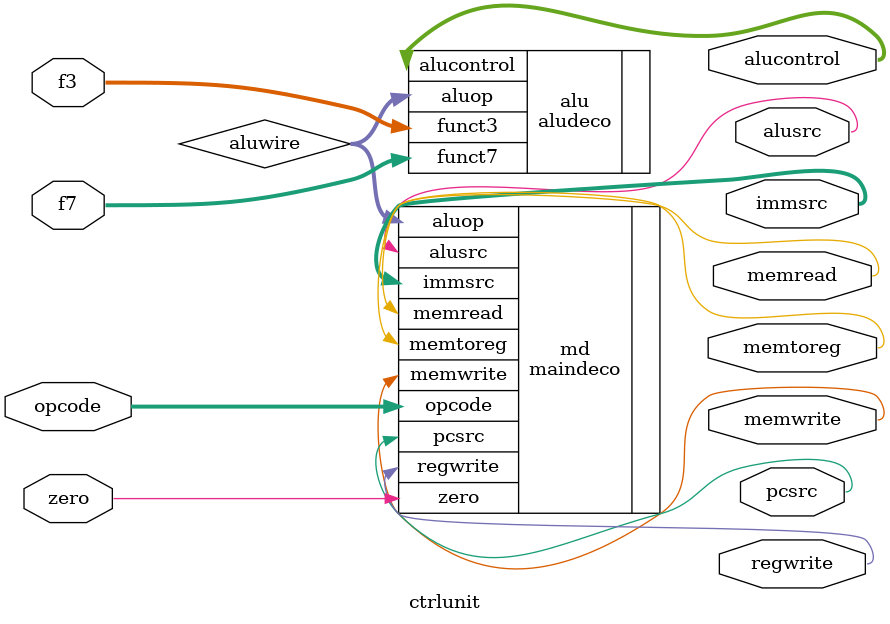
<source format=v>
`include "aludecoder.v"
`include "maindecoder.v"

module ctrlunit (opcode,zero,f3,f7,memtoreg,alusrc,regwrite,memread,memwrite,pcsrc,alucontrol,immsrc);

input [6:0] opcode;
input zero;
input [2:0] f3;
input [6:0] f7;

output alusrc;
output memtoreg;
output regwrite;
output memread;
output memwrite;
output pcsrc;
output [3:0] alucontrol;
output [1:0] immsrc;

wire [1:0] aluwire;

maindeco md (
    .opcode(opcode),
    .zero(zero),
    .alusrc(alusrc),
    .memtoreg(memtoreg),
    .regwrite(regwrite),
    .memread(memread),
    .memwrite(memwrite),
    .pcsrc(pcsrc),
    .aluop(aluwire),
    .immsrc(immsrc)
);

aludeco alu (
    .aluop(aluwire),
    .funct3(f3),
    .funct7(f7),
    .alucontrol(alucontrol)
);

endmodule

</source>
